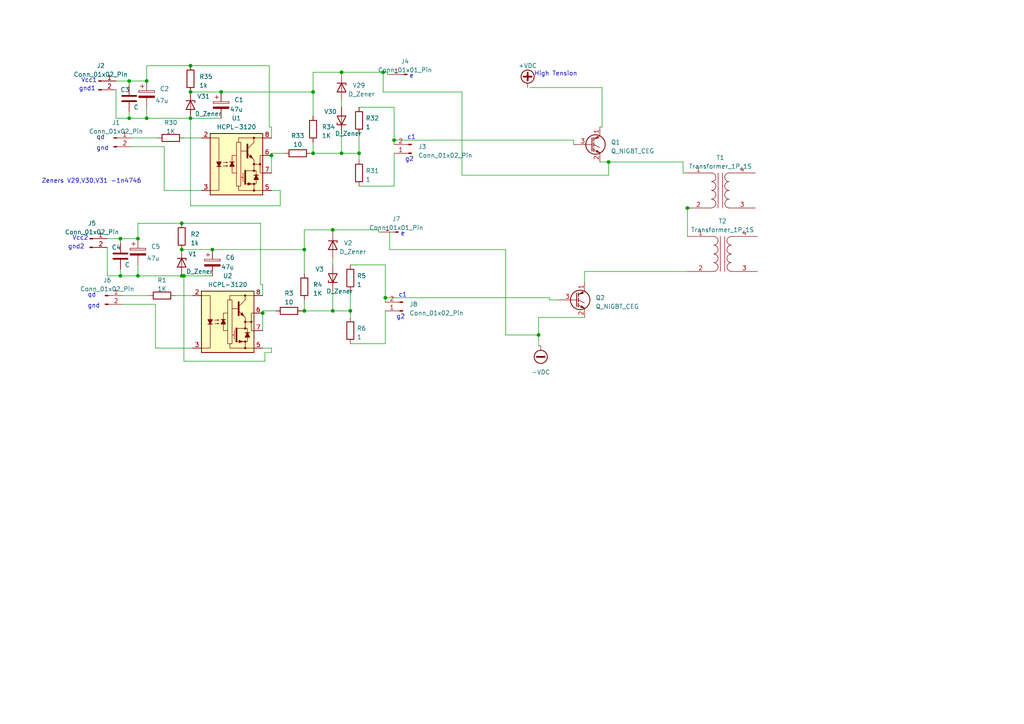
<source format=kicad_sch>
(kicad_sch (version 20230121) (generator eeschema)
  (paper "A4")
  (lib_symbols
    (symbol "Connector:Conn_01x01_Pin" (pin_names (offset 1.016) hide)
      (property "Reference" "J" (at 0 2.54 0))
      (property "Value" "Conn_01x01_Pin" (at 0 -2.54 0))
      (symbol "Conn_01x01_Pin_1_1"
        (polyline (pts (xy 1.27 0) (xy 0.8636 0)) (stroke (width 0.1524)))
        (rectangle (start 0.8636 0.127) (end 0 -0.127) (stroke (width 0.1524)) (fill (type outline)))
        (pin passive line (at 5.08 0 180) (length 3.81) (name "Pin_1") (number "1"))
      )
    )
    (symbol "Connector:Conn_01x02_Pin" (pin_names (offset 1.016) hide)
      (property "Reference" "J" (at 0 2.54 0))
      (property "Value" "Conn_01x02_Pin" (at 0 -5.08 0))
      (symbol "Conn_01x02_Pin_1_1"
        (polyline (pts (xy 1.27 -2.54) (xy 0.8636 -2.54)) (stroke (width 0.1524)))
        (polyline (pts (xy 1.27 0) (xy 0.8636 0)) (stroke (width 0.1524)))
        (rectangle (start 0.8636 -2.413) (end 0 -2.667) (stroke (width 0.1524)) (fill (type outline)))
        (rectangle (start 0.8636 0.127) (end 0 -0.127) (stroke (width 0.1524)) (fill (type outline)))
        (pin passive line (at 5.08 0 180) (length 3.81) (name "Pin_1") (number "1"))
        (pin passive line (at 5.08 -2.54 180) (length 3.81) (name "Pin_2") (number "2"))
      )
    )
    (symbol "Device:C" (pin_numbers hide) (pin_names (offset 0.254))
      (property "Reference" "C" (at 0.635 2.54 0))
      (property "Value" "C" (at 0.635 -2.54 0))
      (symbol "C_0_1"
        (polyline (pts (xy -2.032 -0.762) (xy 2.032 -0.762)) (stroke (width 0.508)))
        (polyline (pts (xy -2.032 0.762) (xy 2.032 0.762)) (stroke (width 0.508)))
      )
      (symbol "C_1_1"
        (pin passive line (at 0 3.81 270) (length 2.794) (name "~") (number "1"))
        (pin passive line (at 0 -3.81 90) (length 2.794) (name "~") (number "2"))
      )
    )
    (symbol "Device:C_Polarized" (pin_numbers hide) (pin_names (offset 0.254))
      (property "Reference" "C" (at 0.635 2.54 0))
      (property "Value" "C_Polarized" (at 0.635 -2.54 0))
      (symbol "C_Polarized_0_1"
        (rectangle (start -2.286 0.508) (end 2.286 1.016))
        (polyline (pts (xy -1.778 2.286) (xy -0.762 2.286)))
        (polyline (pts (xy -1.27 2.794) (xy -1.27 1.778)))
        (rectangle (start 2.286 -0.508) (end -2.286 -1.016) (fill (type outline)))
      )
      (symbol "C_Polarized_1_1"
        (pin passive line (at 0 3.81 270) (length 2.794) (name "~") (number "1"))
        (pin passive line (at 0 -3.81 90) (length 2.794) (name "~") (number "2"))
      )
    )
    (symbol "Device:D_Zener" (pin_numbers hide) (pin_names (offset 1.016) hide)
      (property "Reference" "D" (at 0 2.54 0))
      (property "Value" "D_Zener" (at 0 -2.54 0))
      (symbol "D_Zener_0_1"
        (polyline (pts (xy 1.27 0) (xy -1.27 0)))
        (polyline (pts (xy -1.27 -1.27) (xy -1.27 1.27) (xy -0.762 1.27)) (stroke (width 0.254)))
        (polyline (pts (xy 1.27 -1.27) (xy 1.27 1.27) (xy -1.27 0) (xy 1.27 -1.27)) (stroke (width 0.254)))
      )
      (symbol "D_Zener_1_1"
        (pin passive line (at -3.81 0 0) (length 2.54) (name "K") (number "1"))
        (pin passive line (at 3.81 0 180) (length 2.54) (name "A") (number "2"))
      )
    )
    (symbol "Device:Q_NIGBT_CEG" (pin_names (offset 0) hide)
      (property "Reference" "Q" (at 5.08 1.27 0))
      (property "Value" "Q_NIGBT_CEG" (at 5.08 -1.27 0))
      (symbol "Q_NIGBT_CEG_0_1"
        (polyline (pts (xy 0.762 -1.016) (xy 0.762 -2.032)) (stroke (width 0.254)))
        (polyline (pts (xy 0.762 0.508) (xy 0.762 -0.508)) (stroke (width 0.254)))
        (polyline (pts (xy 0.762 2.032) (xy 0.762 1.016)) (stroke (width 0.254)))
        (polyline (pts (xy 2.54 -2.413) (xy 0.762 -1.524)))
        (polyline (pts (xy 2.54 -0.889) (xy 0.762 0)))
        (polyline (pts (xy 2.54 2.413) (xy 0.762 1.524)))
        (polyline (pts (xy 0.254 1.905) (xy 0.254 -1.905) (xy 0.254 -1.905)) (stroke (width 0.254)))
        (polyline (pts (xy 1.397 -2.159) (xy 1.651 -1.651) (xy 2.54 -2.413) (xy 1.397 -2.159)) (fill (type outline)))
        (polyline (pts (xy 2.159 1.905) (xy 1.905 2.413) (xy 1.016 1.651) (xy 2.159 1.905)) (fill (type outline)))
        (circle (center 1.27 0) (radius 2.8194) (stroke (width 0.254)))
      )
      (symbol "Q_NIGBT_CEG_1_1"
        (pin passive line (at 2.54 5.08 270) (length 2.54) (name "C") (number "1"))
        (pin passive line (at 2.54 -5.08 90) (length 2.54) (name "E") (number "2"))
        (pin input line (at -5.08 0 0) (length 5.334) (name "G") (number "3"))
      )
    )
    (symbol "Device:R" (pin_numbers hide) (pin_names (offset 0))
      (property "Reference" "R" (at 2.032 0 90))
      (property "Value" "R" (at 0 0 90))
      (symbol "R_0_1"
        (rectangle (start -1.016 -2.54) (end 1.016 2.54) (stroke (width 0.254)))
      )
      (symbol "R_1_1"
        (pin passive line (at 0 3.81 270) (length 1.27) (name "~") (number "1"))
        (pin passive line (at 0 -3.81 90) (length 1.27) (name "~") (number "2"))
      )
    )
    (symbol "Device:Transformer_1P_1S" (pin_names (offset 1.016) hide)
      (property "Reference" "T" (at 0 6.35 0))
      (property "Value" "Transformer_1P_1S" (at 0 -7.62 0))
      (symbol "Transformer_1P_1S_0_1"
        (arc (start -2.54 -5.0546) (mid -1.6599 -4.6901) (end -1.27 -3.81))
        (arc (start -2.54 -2.5146) (mid -1.6599 -2.1501) (end -1.27 -1.27))
        (arc (start -2.54 0.0254) (mid -1.6599 0.3899) (end -1.27 1.27))
        (arc (start -2.54 2.5654) (mid -1.6599 2.9299) (end -1.27 3.81))
        (arc (start -1.27 -3.81) (mid -1.642 -2.912) (end -2.54 -2.54))
        (arc (start -1.27 -1.27) (mid -1.642 -0.372) (end -2.54 0))
        (arc (start -1.27 1.27) (mid -1.642 2.168) (end -2.54 2.54))
        (arc (start -1.27 3.81) (mid -1.642 4.708) (end -2.54 5.08))
        (polyline (pts (xy -0.635 5.08) (xy -0.635 -5.08)))
        (polyline (pts (xy 0.635 -5.08) (xy 0.635 5.08)))
        (arc (start 1.2954 -1.27) (mid 1.6599 -2.1501) (end 2.54 -2.5146))
        (arc (start 1.2954 1.27) (mid 1.6599 0.3899) (end 2.54 0.0254))
        (arc (start 1.2954 3.81) (mid 1.6599 2.9299) (end 2.54 2.5654))
        (arc (start 1.3208 -3.81) (mid 1.6853 -4.6901) (end 2.5654 -5.0546))
        (arc (start 2.54 0) (mid 1.642 -0.372) (end 1.2954 -1.27))
        (arc (start 2.54 2.54) (mid 1.642 2.168) (end 1.2954 1.27))
        (arc (start 2.54 5.08) (mid 1.642 4.708) (end 1.2954 3.81))
        (arc (start 2.5654 -2.54) (mid 1.6674 -2.912) (end 1.3208 -3.81))
      )
      (symbol "Transformer_1P_1S_1_1"
        (pin passive line (at -10.16 5.08 0) (length 7.62) (name "AA") (number "1"))
        (pin passive line (at -10.16 -5.08 0) (length 7.62) (name "AB") (number "2"))
        (pin passive line (at 10.16 -5.08 180) (length 7.62) (name "SA") (number "3"))
        (pin passive line (at 10.16 5.08 180) (length 7.62) (name "SB") (number "4"))
      )
    )
    (symbol "Driver_FET:HCPL-3120" (pin_names hide)
      (property "Reference" "U" (at 0 12.7 0))
      (property "Value" "HCPL-3120" (at 0 10.16 0))
      (symbol "HCPL-3120_0_1"
        (rectangle (start -7.62 8.89) (end 7.62 -8.89) (stroke (width 0.254)) (fill (type background)))
        (polyline (pts (xy -5.715 -0.635) (xy -4.445 -0.635)) (stroke (width 0.254)))
        (polyline (pts (xy -0.635 0.635) (xy -1.905 0.635)) (stroke (width 0.254)))
        (polyline (pts (xy 1.27 -3.81) (xy 1.905 -3.81)))
        (polyline (pts (xy 1.905 -5.08) (xy 1.905 -2.54)))
        (polyline (pts (xy 2.54 -5.715) (xy 2.54 -1.905)) (stroke (width 0.508)))
        (polyline (pts (xy 3.048 3.81) (xy 1.27 3.81)))
        (polyline (pts (xy 3.175 4.445) (xy 5.08 6.35)))
        (polyline (pts (xy 4.445 -1.905) (xy 2.54 -1.905)))
        (polyline (pts (xy 5.08 -5.715) (xy 5.08 -7.62)))
        (polyline (pts (xy 5.08 0) (xy 6.858 0)))
        (polyline (pts (xy 5.08 1.27) (xy 3.175 3.175)) (fill (type outline)))
        (polyline (pts (xy 5.08 1.27) (xy 5.08 -1.905)))
        (polyline (pts (xy 5.08 6.35) (xy 5.08 7.62)))
        (polyline (pts (xy 6.35 -3.175) (xy 5.08 -3.175)) (stroke (width 0.254)))
        (polyline (pts (xy 7.62 7.62) (xy 0.635 7.62)))
        (polyline (pts (xy -1.27 -0.635) (xy -1.27 -2.54) (xy 0 -2.54)))
        (polyline (pts (xy -1.27 0.635) (xy -1.27 2.54) (xy 0 2.54)))
        (polyline (pts (xy 0.635 -6.35) (xy 0.635 -7.62) (xy 7.62 -7.62)))
        (polyline (pts (xy 3.175 5.715) (xy 3.175 1.905) (xy 3.175 1.905)) (stroke (width 0.508)))
        (polyline (pts (xy 4.445 -1.905) (xy 5.715 -1.905) (xy 5.715 -3.175)))
        (polyline (pts (xy 5.715 -4.445) (xy 5.715 -5.715) (xy 2.54 -5.715)))
        (polyline (pts (xy -7.62 7.62) (xy -5.08 7.62) (xy -5.08 -7.62) (xy -7.62 -7.62)))
        (polyline (pts (xy -5.08 -0.635) (xy -5.715 0.635) (xy -4.445 0.635) (xy -5.08 -0.635)) (stroke (width 0.254)) (fill (type outline)))
        (polyline (pts (xy -1.27 0.635) (xy -0.635 -0.635) (xy -1.905 -0.635) (xy -1.27 0.635)) (stroke (width 0.254)) (fill (type outline)))
        (polyline (pts (xy 4.445 -5.715) (xy 3.302 -5.334) (xy 3.302 -6.096) (xy 4.445 -5.715)) (fill (type outline)))
        (polyline (pts (xy 5.715 -3.175) (xy 6.35 -4.445) (xy 5.08 -4.445) (xy 5.715 -3.175)) (stroke (width 0.254)) (fill (type outline)))
        (polyline (pts (xy 7.62 2.54) (xy 6.858 2.54) (xy 6.858 -2.54) (xy 7.62 -2.54)))
        (polyline (pts (xy -3.81 -0.508) (xy -2.54 -0.508) (xy -2.921 -0.635) (xy -2.921 -0.381) (xy -2.54 -0.508)))
        (polyline (pts (xy -3.81 0.508) (xy -2.54 0.508) (xy -2.921 0.381) (xy -2.921 0.635) (xy -2.54 0.508)))
        (polyline (pts (xy 1.27 6.35) (xy 1.27 -6.35) (xy 0 -6.35) (xy 0 6.35) (xy 1.27 6.35)))
        (polyline (pts (xy 3.683 2.159) (xy 4.191 2.667) (xy 4.699 1.651) (xy 3.683 2.159) (xy 3.683 2.159)) (fill (type outline)))
        (rectangle (start 0.635 6.35) (end 0.635 6.35))
        (rectangle (start 0.635 6.35) (end 0.635 7.62))
        (circle (center 5.08 -7.62) (radius 0.254) (fill (type outline)))
        (circle (center 5.08 -5.715) (radius 0.254) (fill (type outline)))
        (circle (center 5.08 -1.905) (radius 0.254) (fill (type outline)))
        (circle (center 5.08 0) (radius 0.254) (fill (type outline)))
        (circle (center 5.08 7.62) (radius 0.254) (fill (type outline)))
        (circle (center 6.858 0) (radius 0.254) (fill (type outline)))
      )
      (symbol "HCPL-3120_1_1"
        (pin no_connect line (at -7.62 2.54 0) (length 2.54) hide (name "NC") (number "1"))
        (pin passive line (at -10.16 7.62 0) (length 2.54) (name "A") (number "2"))
        (pin passive line (at -10.16 -7.62 0) (length 2.54) (name "C") (number "3"))
        (pin no_connect line (at -7.62 -2.54 0) (length 2.54) hide (name "NC") (number "4"))
        (pin power_out line (at 10.16 -7.62 180) (length 2.54) (name "VEE") (number "5"))
        (pin output line (at 10.16 2.54 180) (length 2.54) (name "VO") (number "6"))
        (pin output line (at 10.16 -2.54 180) (length 2.54) (name "VO") (number "7"))
        (pin power_in line (at 10.16 7.62 180) (length 2.54) (name "VCC") (number "8"))
      )
    )
    (symbol "power:+VDC" (power) (pin_names (offset 0))
      (property "Value" "+VDC" (at 0 6.35 0))
      (symbol "+VDC_0_1"
        (polyline (pts (xy -1.143 3.175) (xy 1.143 3.175)) (stroke (width 0.508)))
        (polyline (pts (xy 0 0) (xy 0 1.27)))
        (polyline (pts (xy 0 2.032) (xy 0 4.318)) (stroke (width 0.508)))
        (circle (center 0 3.175) (radius 1.905) (stroke (width 0.254)))
      )
      (symbol "+VDC_1_1"
        (pin power_in line (at 0 0 90) (length 0) hide (name "+VDC") (number "1"))
      )
    )
    (symbol "power:-VDC" (power) (pin_names (offset 0))
      (property "Value" "-VDC" (at 0 6.35 0))
      (symbol "-VDC_0_1"
        (polyline (pts (xy -1.143 3.175) (xy 1.143 3.175)) (stroke (width 0.508)))
        (polyline (pts (xy 0 0) (xy 0 1.27)))
        (circle (center 0 3.175) (radius 1.905) (stroke (width 0.254)))
      )
      (symbol "-VDC_1_1"
        (pin power_in line (at 0 0 90) (length 0) hide (name "-VDC") (number "1"))
      )
    )
  )
  (junction (at 88.265 90.17))
  (junction (at 40.005 69.215))
  (junction (at 55.245 26.67))
  (junction (at 34.925 80.01))
  (junction (at 104.14 44.45))
  (junction (at 111.76 86.36))
  (junction (at 55.245 19.05))
  (junction (at 111.125 20.955))
  (junction (at 61.595 72.39))
  (junction (at 37.465 34.29))
  (junction (at 55.245 34.29))
  (junction (at 199.39 60.325))
  (junction (at 53.34 80.01))
  (junction (at 78.74 45.085))
  (junction (at 37.465 23.495))
  (junction (at 114.3 40.64))
  (junction (at 52.705 72.39))
  (junction (at 52.705 64.77))
  (junction (at 90.805 26.67))
  (junction (at 40.005 80.01))
  (junction (at 96.52 66.675))
  (junction (at 64.135 26.67))
  (junction (at 176.53 46.99))
  (junction (at 34.925 69.215))
  (junction (at 42.545 34.29))
  (junction (at 90.805 44.45))
  (junction (at 42.545 23.495))
  (junction (at 99.06 44.45))
  (junction (at 99.06 20.955))
  (junction (at 52.705 80.01))
  (junction (at 76.2 90.805))
  (junction (at 156.21 97.155))
  (junction (at 101.6 90.17))
  (junction (at 88.265 72.39))
  (junction (at 96.52 90.17))
  (wire (pts (xy 112.395 20.955) (xy 112.395 21.59)))
  (wire (pts (xy 78.74 36.83) (xy 78.74 40.005)))
  (wire (pts (xy 75.565 64.77) (xy 75.565 82.55)))
  (wire (pts (xy 37.465 34.29) (xy 42.545 34.29)))
  (wire (pts (xy 40.005 64.77) (xy 40.005 69.215)))
  (wire (pts (xy 53.34 80.01) (xy 61.595 80.01)))
  (wire (pts (xy 78.74 55.245) (xy 81.28 55.245)))
  (wire (pts (xy 61.595 72.39) (xy 88.265 72.39)))
  (wire (pts (xy 111.76 87.63) (xy 111.76 86.36)))
  (wire (pts (xy 99.06 20.955) (xy 99.06 21.59)))
  (wire (pts (xy 198.12 50.165) (xy 198.12 46.99)))
  (wire (pts (xy 50.8 85.725) (xy 55.88 85.725)))
  (wire (pts (xy 53.34 104.775) (xy 76.835 104.775)))
  (wire (pts (xy 156.21 100.33) (xy 156.845 100.33)))
  (wire (pts (xy 78.74 44.45) (xy 78.74 45.085)))
  (wire (pts (xy 156.21 92.075) (xy 156.21 97.155)))
  (wire (pts (xy 52.705 64.77) (xy 75.565 64.77)))
  (wire (pts (xy 76.835 102.235) (xy 78.74 102.235)))
  (wire (pts (xy 174.625 25.4) (xy 174.625 36.83)))
  (wire (pts (xy 88.265 86.995) (xy 88.265 90.17)))
  (wire (pts (xy 81.28 55.245) (xy 81.28 59.69)))
  (wire (pts (xy 99.06 20.955) (xy 111.125 20.955)))
  (wire (pts (xy 42.545 19.05) (xy 55.245 19.05)))
  (wire (pts (xy 104.14 31.115) (xy 114.3 31.115)))
  (wire (pts (xy 88.265 72.39) (xy 88.265 66.675)))
  (wire (pts (xy 37.465 23.495) (xy 42.545 23.495)))
  (wire (pts (xy 176.53 46.99) (xy 173.99 46.99)))
  (wire (pts (xy 90.805 41.275) (xy 90.805 44.45)))
  (wire (pts (xy 99.06 44.45) (xy 104.14 44.45)))
  (wire (pts (xy 40.005 64.77) (xy 52.705 64.77)))
  (wire (pts (xy 96.52 90.17) (xy 101.6 90.17)))
  (wire (pts (xy 109.855 66.675) (xy 109.855 67.31)))
  (wire (pts (xy 153.67 25.4) (xy 174.625 25.4)))
  (wire (pts (xy 64.135 26.67) (xy 90.805 26.67)))
  (wire (pts (xy 34.925 69.215) (xy 40.005 69.215)))
  (wire (pts (xy 42.545 34.29) (xy 55.245 34.29)))
  (wire (pts (xy 33.655 23.495) (xy 37.465 23.495)))
  (wire (pts (xy 101.6 76.835) (xy 111.76 76.835)))
  (wire (pts (xy 169.545 92.075) (xy 156.21 92.075)))
  (wire (pts (xy 78.105 19.05) (xy 78.105 36.83)))
  (wire (pts (xy 111.76 86.36) (xy 111.76 76.835)))
  (wire (pts (xy 199.39 68.58) (xy 199.39 60.325)))
  (wire (pts (xy 88.265 90.17) (xy 96.52 90.17)))
  (wire (pts (xy 113.03 67.31) (xy 113.03 72.39)))
  (wire (pts (xy 101.6 99.695) (xy 111.76 99.695)))
  (wire (pts (xy 31.115 69.215) (xy 34.925 69.215)))
  (wire (pts (xy 101.6 84.455) (xy 101.6 90.17)))
  (wire (pts (xy 99.06 38.735) (xy 99.06 44.45)))
  (wire (pts (xy 113.03 72.39) (xy 146.685 72.39)))
  (wire (pts (xy 38.1 40.005) (xy 45.72 40.005)))
  (wire (pts (xy 99.06 29.21) (xy 99.06 31.115)))
  (wire (pts (xy 75.565 82.55) (xy 76.2 82.55)))
  (wire (pts (xy 53.34 80.01) (xy 53.34 104.775)))
  (wire (pts (xy 34.925 80.01) (xy 40.005 80.01)))
  (wire (pts (xy 146.685 97.155) (xy 156.21 97.155)))
  (wire (pts (xy 76.2 90.805) (xy 76.2 95.885)))
  (wire (pts (xy 45.085 88.265) (xy 45.085 100.965)))
  (wire (pts (xy 76.2 100.965) (xy 78.74 100.965)))
  (wire (pts (xy 34.925 78.105) (xy 34.925 80.01)))
  (wire (pts (xy 96.52 66.675) (xy 96.52 67.31)))
  (wire (pts (xy 96.52 84.455) (xy 96.52 90.17)))
  (wire (pts (xy 111.125 26.67) (xy 111.125 20.955)))
  (wire (pts (xy 90.17 44.45) (xy 90.805 44.45)))
  (wire (pts (xy 109.855 67.31) (xy 110.49 67.31)))
  (wire (pts (xy 198.12 50.165) (xy 198.755 50.165)))
  (wire (pts (xy 78.105 36.83) (xy 78.74 36.83)))
  (wire (pts (xy 159.385 86.36) (xy 159.385 86.995)))
  (wire (pts (xy 111.76 90.17) (xy 111.76 99.695)))
  (wire (pts (xy 55.245 34.29) (xy 64.135 34.29)))
  (wire (pts (xy 111.125 20.955) (xy 112.395 20.955)))
  (wire (pts (xy 78.74 100.965) (xy 78.74 102.235)))
  (wire (pts (xy 166.37 40.64) (xy 166.37 41.91)))
  (wire (pts (xy 133.985 50.8) (xy 176.53 50.8)))
  (wire (pts (xy 90.805 44.45) (xy 99.06 44.45)))
  (wire (pts (xy 146.685 72.39) (xy 146.685 97.155)))
  (wire (pts (xy 198.12 46.99) (xy 176.53 46.99)))
  (wire (pts (xy 40.005 76.835) (xy 40.005 80.01)))
  (wire (pts (xy 76.2 90.17) (xy 76.2 90.805)))
  (wire (pts (xy 111.76 86.36) (xy 159.385 86.36)))
  (wire (pts (xy 96.52 74.93) (xy 96.52 76.835)))
  (wire (pts (xy 114.3 44.45) (xy 114.3 53.975)))
  (wire (pts (xy 47.625 55.245) (xy 58.42 55.245)))
  (wire (pts (xy 55.245 19.05) (xy 78.105 19.05)))
  (wire (pts (xy 37.465 32.385) (xy 37.465 34.29)))
  (wire (pts (xy 104.14 53.975) (xy 114.3 53.975)))
  (wire (pts (xy 173.99 36.83) (xy 174.625 36.83)))
  (wire (pts (xy 45.085 100.965) (xy 55.88 100.965)))
  (wire (pts (xy 31.115 80.01) (xy 34.925 80.01)))
  (wire (pts (xy 88.265 72.39) (xy 88.265 79.375)))
  (wire (pts (xy 114.3 40.64) (xy 166.37 40.64)))
  (wire (pts (xy 133.985 26.67) (xy 111.125 26.67)))
  (wire (pts (xy 76.835 104.775) (xy 76.835 102.235)))
  (wire (pts (xy 156.21 97.155) (xy 156.21 100.33)))
  (wire (pts (xy 104.14 38.735) (xy 104.14 44.45)))
  (wire (pts (xy 90.805 20.955) (xy 99.06 20.955)))
  (wire (pts (xy 33.655 34.29) (xy 37.465 34.29)))
  (wire (pts (xy 90.805 26.67) (xy 90.805 33.655)))
  (wire (pts (xy 78.74 45.085) (xy 78.74 50.165)))
  (wire (pts (xy 52.705 80.01) (xy 53.34 80.01)))
  (wire (pts (xy 33.655 26.035) (xy 33.655 34.29)))
  (wire (pts (xy 176.53 46.99) (xy 176.53 50.8)))
  (wire (pts (xy 31.115 71.755) (xy 31.115 80.01)))
  (wire (pts (xy 35.56 85.725) (xy 43.18 85.725)))
  (wire (pts (xy 55.245 59.69) (xy 81.28 59.69)))
  (wire (pts (xy 104.14 44.45) (xy 104.14 46.355)))
  (wire (pts (xy 159.385 86.995) (xy 161.925 86.995)))
  (wire (pts (xy 80.01 90.17) (xy 76.2 90.17)))
  (wire (pts (xy 52.705 72.39) (xy 61.595 72.39)))
  (wire (pts (xy 55.245 34.29) (xy 55.245 59.69)))
  (wire (pts (xy 37.465 23.495) (xy 37.465 24.765)))
  (wire (pts (xy 133.985 50.8) (xy 133.985 26.67)))
  (wire (pts (xy 87.63 90.17) (xy 88.265 90.17)))
  (wire (pts (xy 42.545 19.05) (xy 42.545 23.495)))
  (wire (pts (xy 169.545 81.915) (xy 169.545 78.74)))
  (wire (pts (xy 82.55 44.45) (xy 78.74 44.45)))
  (wire (pts (xy 96.52 66.675) (xy 109.855 66.675)))
  (wire (pts (xy 40.005 80.01) (xy 52.705 80.01)))
  (wire (pts (xy 42.545 31.115) (xy 42.545 34.29)))
  (wire (pts (xy 35.56 88.265) (xy 45.085 88.265)))
  (wire (pts (xy 199.39 60.325) (xy 200.025 60.325)))
  (wire (pts (xy 34.925 69.215) (xy 34.925 70.485)))
  (wire (pts (xy 88.265 66.675) (xy 96.52 66.675)))
  (wire (pts (xy 90.805 26.67) (xy 90.805 20.955)))
  (wire (pts (xy 55.245 26.67) (xy 64.135 26.67)))
  (wire (pts (xy 101.6 90.17) (xy 101.6 92.075)))
  (wire (pts (xy 76.2 82.55) (xy 76.2 85.725)))
  (wire (pts (xy 47.625 42.545) (xy 47.625 55.245)))
  (wire (pts (xy 38.1 42.545) (xy 47.625 42.545)))
  (wire (pts (xy 114.3 40.64) (xy 114.3 31.115)))
  (wire (pts (xy 53.34 40.005) (xy 58.42 40.005)))
  (wire (pts (xy 198.755 60.325) (xy 199.39 60.325)))
  (wire (pts (xy 169.545 78.74) (xy 199.39 78.74)))
  (wire (pts (xy 114.3 41.91) (xy 114.3 40.64)))
  (wire (pts (xy 112.395 21.59) (xy 113.03 21.59)))
  (text "Vcc2" (at 20.955 69.85 0) (effects (font (size 1.27 1.27)) (justify left bottom)))
  (text "c1\n" (at 118.11 40.64 0) (effects (font (size 1.27 1.27)) (justify left bottom)))
  (text "g2" (at 117.475 46.99 0) (effects (font (size 1.27 1.27)) (justify left bottom)))
  (text "e" (at 118.745 22.86 0) (effects (font (size 1.27 1.27)) (justify left bottom)))
  (text "c1\n" (at 115.57 86.36 0) (effects (font (size 1.27 1.27)) (justify left bottom)))
  (text "gnd1\n\n" (at 22.86 28.575 0) (effects (font (size 1.27 1.27)) (justify left bottom)))
  (text "Zeners V29,V30,V31 -1n4746" (at 12.065 53.34 0) (effects (font (size 1.27 1.27)) (justify left bottom)))
  (text "e" (at 116.205 68.58 0) (effects (font (size 1.27 1.27)) (justify left bottom)))
  (text "Vcc1" (at 23.495 24.13 0) (effects (font (size 1.27 1.27)) (justify left bottom)))
  (text "qd" (at 27.94 40.64 0) (effects (font (size 1.27 1.27)) (justify left bottom)))
  (text "qd" (at 25.4 86.36 0) (effects (font (size 1.27 1.27)) (justify left bottom)))
  (text "g2" (at 114.935 92.71 0) (effects (font (size 1.27 1.27)) (justify left bottom)))
  (text "gnd\n" (at 27.94 43.815 0) (effects (font (size 1.27 1.27)) (justify left bottom)))
  (text "gnd\n" (at 25.4 89.535 0) (effects (font (size 1.27 1.27)) (justify left bottom)))
  (text "High Tension " (at 154.94 22.225 0) (effects (font (size 1.27 1.27)) (justify left bottom)))
  (text "gnd2\n" (at 19.685 72.39 0) (effects (font (size 1.27 1.27)) (justify left bottom)))
  (symbol (lib_id "Device:C_Polarized") (at 61.595 76.2 0) (unit 1)
    (property "Reference" "C6" (at 65.405 74.676 0) (effects (justify left)))
    (property "Value" "47u" (at 64.135 77.47 0) (effects (justify left)))
  )
  (symbol (lib_id "Driver_FET:HCPL-3120") (at 66.04 93.345 0) (unit 1)
    (property "Reference" "U2" (at 66.04 80.01 0))
    (property "Value" "HCPL-3120" (at 66.04 82.55 0))
    (property "Footprint" "Package_DIP:DIP-8_W7.62mm" (effects hide))
    (property "Datasheet" "https://docs.broadcom.com/docs/AV02-0161EN" (effects hide))
  )
  (symbol (lib_id "Device:R") (at 101.6 95.885 180) (unit 1)
    (property "Reference" "R6" (at 103.505 95.25 0) (effects (justify right)))
    (property "Value" "1" (at 103.505 97.79 0) (effects (justify right)))
  )
  (symbol (lib_id "Device:R") (at 101.6 80.645 180) (unit 1)
    (property "Reference" "R5" (at 103.505 80.01 0) (effects (justify right)))
    (property "Value" "1" (at 103.505 82.55 0) (effects (justify right)))
  )
  (symbol (lib_id "Connector:Conn_01x01_Pin") (at 115.57 67.31 180) (unit 1)
    (property "Reference" "J7" (at 114.935 63.5 0))
    (property "Value" "Conn_01x01_Pin" (at 114.935 66.04 0))
  )
  (symbol (lib_id "Connector:Conn_01x02_Pin") (at 33.02 40.005 0) (unit 1)
    (property "Reference" "J1" (at 33.655 35.56 0))
    (property "Value" "Conn_01x02_Pin" (at 33.655 38.1 0))
  )
  (symbol (lib_id "Device:R") (at 104.14 50.165 180) (unit 1)
    (property "Reference" "R31" (at 106.045 49.53 0) (effects (justify right)))
    (property "Value" "1" (at 106.045 52.07 0) (effects (justify right)))
  )
  (symbol (lib_id "Connector:Conn_01x01_Pin") (at 118.11 21.59 180) (unit 1)
    (property "Reference" "J4" (at 117.475 17.78 0))
    (property "Value" "Conn_01x01_Pin" (at 117.475 20.32 0))
  )
  (symbol (lib_id "Device:R") (at 88.265 83.185 180) (unit 1)
    (property "Reference" "R4" (at 90.805 82.55 0) (effects (justify right)))
    (property "Value" "1K" (at 90.805 85.09 0) (effects (justify right)))
  )
  (symbol (lib_id "Connector:Conn_01x02_Pin") (at 119.38 44.45 180) (unit 1)
    (property "Reference" "J3" (at 121.285 42.545 0) (effects (justify right)))
    (property "Value" "Conn_01x02_Pin" (at 121.285 45.085 0) (effects (justify right)))
  )
  (symbol (lib_id "Device:R") (at 86.36 44.45 90) (unit 1)
    (property "Reference" "R33" (at 86.36 39.37 90))
    (property "Value" "10" (at 86.36 41.91 90))
  )
  (symbol (lib_id "Device:C") (at 34.925 74.295 0) (unit 1)
    (property "Reference" "C4" (at 32.385 71.755 0) (effects (justify left)))
    (property "Value" "C" (at 36.195 76.835 0) (effects (justify left)))
  )
  (symbol (lib_id "Device:D_Zener") (at 99.06 25.4 270) (unit 1)
    (property "Reference" "V29" (at 102.235 24.765 90) (effects (justify left)))
    (property "Value" "D_Zener" (at 100.965 27.305 90) (effects (justify left)))
  )
  (symbol (lib_id "Device:D_Zener") (at 96.52 71.12 270) (unit 1)
    (property "Reference" "V2" (at 99.695 70.485 90) (effects (justify left)))
    (property "Value" "D_Zener" (at 98.425 73.025 90) (effects (justify left)))
  )
  (symbol (lib_id "Device:D_Zener") (at 52.705 76.2 270) (unit 1)
    (property "Reference" "V1" (at 54.61 73.66 90) (effects (justify left)))
    (property "Value" "D_Zener" (at 53.975 78.74 90) (effects (justify left)))
  )
  (symbol (lib_id "Device:R") (at 83.82 90.17 90) (unit 1)
    (property "Reference" "R3" (at 83.82 85.09 90))
    (property "Value" "10" (at 83.82 87.63 90))
  )
  (symbol (lib_id "Device:R") (at 104.14 34.925 180) (unit 1)
    (property "Reference" "R32" (at 106.045 34.29 0) (effects (justify right)))
    (property "Value" "1" (at 106.045 36.83 0) (effects (justify right)))
  )
  (symbol (lib_id "Device:D_Zener") (at 55.245 30.48 270) (unit 1)
    (property "Reference" "V31" (at 57.15 27.94 90) (effects (justify left)))
    (property "Value" "D_Zener" (at 56.515 33.02 90) (effects (justify left)))
  )
  (symbol (lib_id "Device:Transformer_1P_1S") (at 208.915 55.245 0) (unit 1)
    (property "Reference" "T1" (at 208.9277 45.72 0))
    (property "Value" "Transformer_1P_1S" (at 208.9277 48.26 0))
  )
  (symbol (lib_id "Device:C_Polarized") (at 42.545 27.305 0) (unit 1)
    (property "Reference" "C2" (at 46.355 25.781 0) (effects (justify left)))
    (property "Value" "47u" (at 45.085 29.21 0) (effects (justify left)))
  )
  (symbol (lib_id "Device:R") (at 49.53 40.005 90) (unit 1)
    (property "Reference" "R30" (at 49.53 35.56 90))
    (property "Value" "1K" (at 49.53 38.1 90))
  )
  (symbol (lib_id "Device:D_Zener") (at 96.52 80.645 90) (unit 1)
    (property "Reference" "V3" (at 91.44 78.105 90) (effects (justify right)))
    (property "Value" "D_Zener" (at 94.615 84.455 90) (effects (justify right)))
  )
  (symbol (lib_id "Connector:Conn_01x02_Pin") (at 30.48 85.725 0) (unit 1)
    (property "Reference" "J6" (at 31.115 81.28 0))
    (property "Value" "Conn_01x02_Pin" (at 31.115 83.82 0))
  )
  (symbol (lib_id "Device:R") (at 55.245 22.86 180) (unit 1)
    (property "Reference" "R35" (at 57.785 22.225 0) (effects (justify right)))
    (property "Value" "1k" (at 57.785 24.765 0) (effects (justify right)))
  )
  (symbol (lib_id "Device:Transformer_1P_1S") (at 209.55 73.66 0) (unit 1)
    (property "Reference" "T2" (at 209.5627 64.135 0))
    (property "Value" "Transformer_1P_1S" (at 209.5627 66.675 0))
  )
  (symbol (lib_id "Driver_FET:HCPL-3120") (at 68.58 47.625 0) (unit 1)
    (property "Reference" "U1" (at 68.58 34.29 0))
    (property "Value" "HCPL-3120" (at 68.58 36.83 0))
    (property "Footprint" "Package_DIP:DIP-8_W7.62mm" (effects hide))
    (property "Datasheet" "https://docs.broadcom.com/docs/AV02-0161EN" (effects hide))
  )
  (symbol (lib_id "Device:C") (at 37.465 28.575 0) (unit 1)
    (property "Reference" "C3" (at 34.925 26.035 0) (effects (justify left)))
    (property "Value" "C" (at 38.735 31.115 0) (effects (justify left)))
  )
  (symbol (lib_id "Device:Q_NIGBT_CEG") (at 167.005 86.995 0) (unit 1)
    (property "Reference" "Q2" (at 172.72 86.36 0) (effects (justify left)))
    (property "Value" "Q_NIGBT_CEG" (at 172.72 88.9 0) (effects (justify left)))
  )
  (symbol (lib_id "power:-VDC") (at 156.845 100.33 180) (unit 1)
    (property "Reference" "#PWR02" (effects hide))
    (property "Value" "-VDC" (at 156.845 107.95 0))
  )
  (symbol (lib_id "Device:R") (at 52.705 68.58 180) (unit 1)
    (property "Reference" "R2" (at 55.245 67.945 0) (effects (justify right)))
    (property "Value" "1k" (at 55.245 70.485 0) (effects (justify right)))
  )
  (symbol (lib_id "Device:R") (at 46.99 85.725 90) (unit 1)
    (property "Reference" "R1" (at 46.99 81.28 90))
    (property "Value" "1K" (at 46.99 83.82 90))
  )
  (symbol (lib_id "Connector:Conn_01x02_Pin") (at 116.84 90.17 180) (unit 1)
    (property "Reference" "J8" (at 118.745 88.265 0) (effects (justify right)))
    (property "Value" "Conn_01x02_Pin" (at 118.745 90.805 0) (effects (justify right)))
  )
  (symbol (lib_id "Device:Q_NIGBT_CEG") (at 171.45 41.91 0) (unit 1)
    (property "Reference" "Q1" (at 177.165 41.275 0) (effects (justify left)))
    (property "Value" "Q_NIGBT_CEG" (at 177.165 43.815 0) (effects (justify left)))
  )
  (symbol (lib_id "Connector:Conn_01x02_Pin") (at 26.035 69.215 0) (unit 1)
    (property "Reference" "J5" (at 26.67 64.77 0))
    (property "Value" "Conn_01x02_Pin" (at 26.67 67.31 0))
  )
  (symbol (lib_id "Device:C_Polarized") (at 40.005 73.025 0) (unit 1)
    (property "Reference" "C5" (at 43.815 71.501 0) (effects (justify left)))
    (property "Value" "47u" (at 42.545 74.93 0) (effects (justify left)))
  )
  (symbol (lib_id "Device:R") (at 90.805 37.465 180) (unit 1)
    (property "Reference" "R34" (at 93.345 36.83 0) (effects (justify right)))
    (property "Value" "1K" (at 93.345 39.37 0) (effects (justify right)))
  )
  (symbol (lib_id "Device:C_Polarized") (at 64.135 30.48 0) (unit 1)
    (property "Reference" "C1" (at 67.945 28.956 0) (effects (justify left)))
    (property "Value" "47u" (at 66.675 31.75 0) (effects (justify left)))
  )
  (symbol (lib_id "Connector:Conn_01x02_Pin") (at 28.575 23.495 0) (unit 1)
    (property "Reference" "J2" (at 29.21 19.05 0))
    (property "Value" "Conn_01x02_Pin" (at 29.21 21.59 0))
  )
  (symbol (lib_id "Device:D_Zener") (at 99.06 34.925 90) (unit 1)
    (property "Reference" "V30" (at 93.98 32.385 90) (effects (justify right)))
    (property "Value" "D_Zener" (at 97.155 38.735 90) (effects (justify right)))
  )
  (symbol (lib_id "power:+VDC") (at 153.035 25.4 0) (unit 1)
    (property "Reference" "#PWR01" (effects hide))
    (property "Value" "+VDC" (at 153.035 19.05 0))
  )
)
</source>
